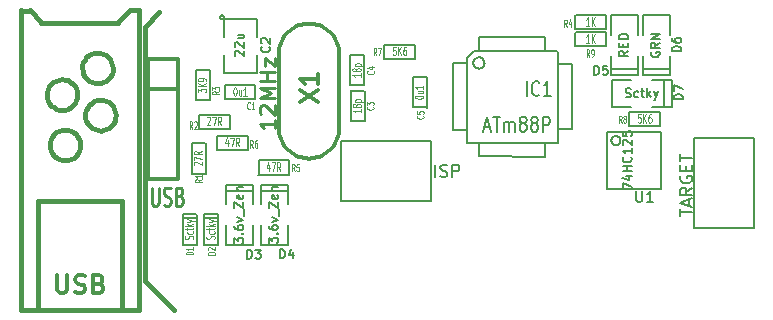
<source format=gto>
G04 (created by PCBNEW-RS274X (2011-11-27 BZR 3249)-stable) date 26/12/2011 7:02:06 p.m.*
G01*
G70*
G90*
%MOIN*%
G04 Gerber Fmt 3.4, Leading zero omitted, Abs format*
%FSLAX34Y34*%
G04 APERTURE LIST*
%ADD10C,0.006000*%
%ADD11C,0.015000*%
%ADD12C,0.012500*%
%ADD13C,0.008000*%
%ADD14C,0.012000*%
%ADD15C,0.005900*%
%ADD16C,0.005000*%
%ADD17C,0.007100*%
%ADD18C,0.009800*%
%ADD19C,0.010000*%
%ADD20C,0.003900*%
%ADD21C,0.004500*%
G04 APERTURE END LIST*
G54D10*
G54D11*
X04921Y-00787D02*
X05413Y-00295D01*
X04921Y-09252D02*
X04921Y-00787D01*
X05906Y-10236D02*
X04922Y-09252D01*
X04428Y-00235D02*
X04724Y-00235D01*
X04035Y-00629D02*
X04428Y-00236D01*
X01476Y-00668D02*
X04035Y-00668D01*
X01083Y-00236D02*
X01476Y-00629D01*
X00787Y-00276D02*
X01083Y-00276D01*
X00788Y-10236D02*
X00788Y-00235D01*
X04725Y-10236D02*
X00788Y-10236D01*
X04724Y-00235D02*
X04724Y-10236D01*
X02677Y-03053D02*
X02667Y-03152D01*
X02638Y-03247D01*
X02591Y-03335D01*
X02528Y-03413D01*
X02451Y-03476D01*
X02364Y-03524D01*
X02268Y-03553D01*
X02169Y-03563D01*
X02071Y-03554D01*
X01975Y-03526D01*
X01887Y-03480D01*
X01809Y-03418D01*
X01745Y-03341D01*
X01697Y-03254D01*
X01667Y-03159D01*
X01656Y-03060D01*
X01664Y-02961D01*
X01691Y-02865D01*
X01737Y-02777D01*
X01799Y-02699D01*
X01875Y-02634D01*
X01962Y-02585D01*
X02057Y-02554D01*
X02156Y-02543D01*
X02254Y-02550D01*
X02350Y-02577D01*
X02439Y-02622D01*
X02518Y-02683D01*
X02583Y-02759D01*
X02632Y-02846D01*
X02664Y-02940D01*
X02676Y-03039D01*
X02677Y-03053D01*
G54D12*
X11398Y-04182D02*
X11398Y-01682D01*
X09398Y-04182D02*
X09398Y-01682D01*
X10398Y-00682D02*
X10311Y-00686D01*
X10225Y-00698D01*
X10140Y-00717D01*
X10056Y-00743D01*
X09976Y-00776D01*
X09899Y-00816D01*
X09825Y-00863D01*
X09756Y-00916D01*
X09691Y-00975D01*
X09632Y-01040D01*
X09579Y-01109D01*
X09532Y-01183D01*
X09492Y-01260D01*
X09459Y-01340D01*
X09433Y-01424D01*
X09414Y-01509D01*
X09402Y-01595D01*
X09398Y-01682D01*
X11398Y-01682D02*
X11394Y-01595D01*
X11382Y-01509D01*
X11363Y-01424D01*
X11337Y-01340D01*
X11304Y-01260D01*
X11264Y-01183D01*
X11217Y-01109D01*
X11164Y-01040D01*
X11105Y-00975D01*
X11040Y-00916D01*
X10971Y-00863D01*
X10898Y-00816D01*
X10820Y-00776D01*
X10740Y-00743D01*
X10656Y-00717D01*
X10571Y-00698D01*
X10485Y-00686D01*
X10398Y-00682D01*
X09398Y-04182D02*
X09402Y-04269D01*
X09414Y-04355D01*
X09433Y-04440D01*
X09459Y-04524D01*
X09492Y-04604D01*
X09532Y-04681D01*
X09579Y-04755D01*
X09632Y-04824D01*
X09691Y-04889D01*
X09756Y-04948D01*
X09825Y-05001D01*
X09899Y-05048D01*
X09976Y-05088D01*
X10056Y-05121D01*
X10140Y-05147D01*
X10225Y-05166D01*
X10311Y-05178D01*
X10398Y-05182D01*
X10398Y-05182D02*
X10485Y-05178D01*
X10571Y-05166D01*
X10656Y-05147D01*
X10740Y-05121D01*
X10820Y-05088D01*
X10898Y-05048D01*
X10971Y-05001D01*
X11040Y-04948D01*
X11105Y-04889D01*
X11164Y-04824D01*
X11217Y-04755D01*
X11264Y-04681D01*
X11304Y-04604D01*
X11337Y-04524D01*
X11363Y-04440D01*
X11382Y-04355D01*
X11394Y-04269D01*
X11398Y-04182D01*
G54D13*
X14478Y-06592D02*
X11478Y-06592D01*
X11478Y-04592D02*
X14478Y-04592D01*
X14478Y-04592D02*
X14478Y-06592D01*
X11478Y-06592D02*
X11478Y-04592D01*
G54D14*
X06038Y-01852D02*
X06038Y-01852D01*
X05038Y-01852D02*
X06038Y-01852D01*
X06038Y-01852D02*
X06038Y-01852D01*
X06038Y-01852D02*
X06038Y-05852D01*
X06038Y-05852D02*
X05038Y-05852D01*
X05038Y-05852D02*
X05038Y-01852D01*
X05038Y-02852D02*
X06038Y-02852D01*
G54D11*
X04154Y-06614D02*
X01358Y-06614D01*
X01358Y-06614D02*
X01358Y-10236D01*
X01358Y-10236D02*
X04154Y-10236D01*
X04154Y-10236D02*
X04154Y-06614D01*
X02775Y-04726D02*
X02765Y-04825D01*
X02736Y-04920D01*
X02689Y-05008D01*
X02626Y-05086D01*
X02549Y-05149D01*
X02462Y-05197D01*
X02366Y-05226D01*
X02267Y-05236D01*
X02169Y-05227D01*
X02073Y-05199D01*
X01985Y-05153D01*
X01907Y-05091D01*
X01843Y-05014D01*
X01795Y-04927D01*
X01765Y-04832D01*
X01754Y-04733D01*
X01762Y-04634D01*
X01789Y-04538D01*
X01835Y-04450D01*
X01897Y-04372D01*
X01973Y-04307D01*
X02060Y-04258D01*
X02155Y-04227D01*
X02254Y-04216D01*
X02352Y-04223D01*
X02448Y-04250D01*
X02537Y-04295D01*
X02616Y-04356D01*
X02681Y-04432D01*
X02730Y-04519D01*
X02762Y-04613D01*
X02774Y-04712D01*
X02775Y-04726D01*
X03956Y-03742D02*
X03946Y-03841D01*
X03917Y-03936D01*
X03870Y-04024D01*
X03807Y-04102D01*
X03730Y-04165D01*
X03643Y-04213D01*
X03547Y-04242D01*
X03448Y-04252D01*
X03350Y-04243D01*
X03254Y-04215D01*
X03166Y-04169D01*
X03088Y-04107D01*
X03024Y-04030D01*
X02976Y-03943D01*
X02946Y-03848D01*
X02935Y-03749D01*
X02943Y-03650D01*
X02970Y-03554D01*
X03016Y-03466D01*
X03078Y-03388D01*
X03154Y-03323D01*
X03241Y-03274D01*
X03336Y-03243D01*
X03435Y-03232D01*
X03533Y-03239D01*
X03629Y-03266D01*
X03718Y-03311D01*
X03797Y-03372D01*
X03862Y-03448D01*
X03911Y-03535D01*
X03943Y-03629D01*
X03955Y-03728D01*
X03956Y-03742D01*
X03858Y-02167D02*
X03848Y-02266D01*
X03819Y-02361D01*
X03772Y-02449D01*
X03709Y-02527D01*
X03632Y-02590D01*
X03545Y-02638D01*
X03449Y-02667D01*
X03350Y-02677D01*
X03252Y-02668D01*
X03156Y-02640D01*
X03068Y-02594D01*
X02990Y-02532D01*
X02926Y-02455D01*
X02878Y-02368D01*
X02848Y-02273D01*
X02837Y-02174D01*
X02845Y-02075D01*
X02872Y-01979D01*
X02918Y-01891D01*
X02980Y-01813D01*
X03056Y-01748D01*
X03143Y-01699D01*
X03238Y-01668D01*
X03337Y-01657D01*
X03435Y-01664D01*
X03531Y-01691D01*
X03620Y-01736D01*
X03699Y-01797D01*
X03764Y-01873D01*
X03813Y-01960D01*
X03845Y-02054D01*
X03857Y-02153D01*
X03858Y-02167D01*
G54D15*
X06644Y-07178D02*
X06211Y-07178D01*
G54D16*
X06654Y-08054D02*
X06654Y-07050D01*
X06182Y-07030D02*
X06182Y-08054D01*
X06182Y-08054D02*
X06654Y-08054D01*
X06186Y-07041D02*
X06646Y-07041D01*
G54D15*
X07364Y-07178D02*
X06931Y-07178D01*
G54D16*
X07374Y-08054D02*
X07374Y-07050D01*
X06902Y-07030D02*
X06902Y-08054D01*
X06902Y-08054D02*
X07374Y-08054D01*
X06906Y-07041D02*
X07366Y-07041D01*
G54D17*
X08531Y-06265D02*
X07665Y-06265D01*
G54D16*
X07638Y-08052D02*
X08538Y-08052D01*
X08538Y-08052D02*
X08538Y-07402D01*
X07638Y-06702D02*
X07638Y-06052D01*
X07638Y-06052D02*
X08538Y-06052D01*
X08538Y-06052D02*
X08538Y-06702D01*
X07638Y-07402D02*
X07638Y-08052D01*
G54D17*
X09671Y-06255D02*
X08815Y-06255D01*
G54D16*
X08788Y-08052D02*
X09688Y-08052D01*
X09688Y-08052D02*
X09688Y-07402D01*
X08788Y-06702D02*
X08788Y-06052D01*
X08788Y-06052D02*
X09688Y-06052D01*
X09688Y-06052D02*
X09688Y-06702D01*
X08788Y-07402D02*
X08788Y-08052D01*
G54D17*
X22236Y-03436D02*
X22236Y-02609D01*
G54D16*
X20488Y-02572D02*
X20488Y-03472D01*
X20488Y-03472D02*
X21138Y-03472D01*
X21838Y-02572D02*
X22488Y-02572D01*
X22488Y-02572D02*
X22488Y-03472D01*
X22488Y-03472D02*
X21838Y-03472D01*
X21138Y-02572D02*
X20488Y-02572D01*
G54D17*
X21525Y-02199D02*
X22401Y-02199D01*
G54D16*
X22418Y-00402D02*
X21518Y-00402D01*
X21518Y-00402D02*
X21518Y-01052D01*
X22418Y-01752D02*
X22418Y-02402D01*
X22418Y-02402D02*
X21518Y-02402D01*
X21518Y-02402D02*
X21518Y-01752D01*
X22418Y-01052D02*
X22418Y-00402D01*
G54D17*
X20465Y-02209D02*
X21341Y-02209D01*
G54D16*
X21358Y-00402D02*
X20458Y-00402D01*
X20458Y-00402D02*
X20458Y-01052D01*
X21358Y-01752D02*
X21358Y-02402D01*
X21358Y-02402D02*
X20458Y-02402D01*
X20458Y-02402D02*
X20458Y-01752D01*
X21358Y-01052D02*
X21358Y-00402D01*
G54D13*
X23228Y-07482D02*
X23228Y-04482D01*
X25228Y-04482D02*
X25228Y-07482D01*
X25228Y-07482D02*
X23228Y-07482D01*
X23228Y-04482D02*
X25228Y-04482D01*
G54D16*
X07568Y-00472D02*
X07566Y-00485D01*
X07562Y-00498D01*
X07556Y-00510D01*
X07547Y-00521D01*
X07537Y-00530D01*
X07525Y-00536D01*
X07512Y-00540D01*
X07498Y-00541D01*
X07485Y-00540D01*
X07472Y-00536D01*
X07460Y-00530D01*
X07450Y-00522D01*
X07441Y-00511D01*
X07434Y-00499D01*
X07430Y-00486D01*
X07429Y-00472D01*
X07430Y-00460D01*
X07433Y-00447D01*
X07440Y-00435D01*
X07448Y-00424D01*
X07459Y-00415D01*
X07470Y-00408D01*
X07483Y-00404D01*
X07497Y-00403D01*
X07510Y-00404D01*
X07523Y-00407D01*
X07535Y-00413D01*
X07546Y-00422D01*
X07555Y-00432D01*
X07561Y-00444D01*
X07566Y-00457D01*
X07567Y-00471D01*
X07568Y-00472D01*
X08648Y-01122D02*
X08648Y-00522D01*
X08648Y-00522D02*
X07548Y-00522D01*
X07548Y-00522D02*
X07548Y-01122D01*
X07548Y-01722D02*
X07548Y-02322D01*
X07548Y-02322D02*
X08648Y-02322D01*
X08648Y-02322D02*
X08648Y-01722D01*
X20778Y-04582D02*
X20775Y-04611D01*
X20766Y-04639D01*
X20752Y-04665D01*
X20734Y-04687D01*
X20711Y-04706D01*
X20686Y-04720D01*
X20658Y-04728D01*
X20629Y-04731D01*
X20600Y-04729D01*
X20572Y-04721D01*
X20546Y-04707D01*
X20524Y-04689D01*
X20505Y-04666D01*
X20491Y-04641D01*
X20482Y-04613D01*
X20479Y-04584D01*
X20481Y-04555D01*
X20489Y-04527D01*
X20502Y-04501D01*
X20521Y-04478D01*
X20543Y-04459D01*
X20568Y-04445D01*
X20596Y-04436D01*
X20625Y-04433D01*
X20654Y-04435D01*
X20682Y-04443D01*
X20708Y-04456D01*
X20731Y-04474D01*
X20750Y-04496D01*
X20765Y-04521D01*
X20774Y-04549D01*
X20777Y-04578D01*
X20778Y-04582D01*
G54D13*
X20328Y-04282D02*
X20328Y-06182D01*
X20328Y-06182D02*
X22128Y-06182D01*
X22128Y-06182D02*
X22128Y-04282D01*
X22128Y-04282D02*
X20328Y-04282D01*
G54D10*
X19158Y-04212D02*
X18708Y-04212D01*
X19158Y-02032D02*
X18718Y-02032D01*
X19158Y-04212D02*
X19158Y-02032D01*
X18278Y-04682D02*
X18278Y-05112D01*
X16068Y-04692D02*
X16068Y-05112D01*
X16058Y-05112D02*
X18278Y-05122D01*
X16078Y-01142D02*
X18248Y-01132D01*
X15648Y-01832D02*
X15648Y-04662D01*
X18258Y-01142D02*
X18258Y-01552D01*
X15898Y-01592D02*
X18678Y-01592D01*
X18698Y-04672D02*
X18698Y-01632D01*
X15648Y-04672D02*
X18648Y-04672D01*
X15198Y-02002D02*
X15198Y-04222D01*
X15198Y-04222D02*
X15648Y-04222D01*
X15652Y-01822D02*
X15882Y-01592D01*
X15200Y-02002D02*
X15652Y-02002D01*
X16078Y-01592D02*
X16078Y-01140D01*
X16248Y-01996D02*
X16244Y-02032D01*
X16233Y-02067D01*
X16216Y-02100D01*
X16193Y-02128D01*
X16165Y-02151D01*
X16132Y-02169D01*
X16097Y-02180D01*
X16061Y-02183D01*
X16025Y-02180D01*
X15990Y-02170D01*
X15958Y-02153D01*
X15929Y-02130D01*
X15905Y-02102D01*
X15888Y-02070D01*
X15877Y-02035D01*
X15873Y-01998D01*
X15876Y-01963D01*
X15886Y-01927D01*
X15902Y-01895D01*
X15925Y-01866D01*
X15953Y-01842D01*
X15985Y-01824D01*
X16020Y-01813D01*
X16057Y-01809D01*
X16092Y-01811D01*
X16127Y-01821D01*
X16160Y-01838D01*
X16189Y-01860D01*
X16213Y-01888D01*
X16231Y-01920D01*
X16243Y-01955D01*
X16247Y-01991D01*
X16248Y-01996D01*
G54D16*
X20290Y-00406D02*
X19286Y-00406D01*
X19266Y-00878D02*
X20290Y-00878D01*
X20290Y-00878D02*
X20290Y-00406D01*
X19277Y-00874D02*
X19277Y-00414D01*
X20290Y-00976D02*
X19286Y-00976D01*
X19266Y-01448D02*
X20290Y-01448D01*
X20290Y-01448D02*
X20290Y-00976D01*
X19277Y-01444D02*
X19277Y-00984D01*
X06954Y-05684D02*
X06954Y-04680D01*
X06482Y-04660D02*
X06482Y-05684D01*
X06482Y-05684D02*
X06954Y-05684D01*
X06486Y-04671D02*
X06946Y-04671D01*
X07750Y-03716D02*
X06746Y-03716D01*
X06726Y-04188D02*
X07750Y-04188D01*
X07750Y-04188D02*
X07750Y-03716D01*
X06737Y-04184D02*
X06737Y-03724D01*
X09730Y-05246D02*
X08726Y-05246D01*
X08706Y-05718D02*
X09730Y-05718D01*
X09730Y-05718D02*
X09730Y-05246D01*
X08717Y-05714D02*
X08717Y-05254D01*
X08350Y-04416D02*
X07346Y-04416D01*
X07326Y-04888D02*
X08350Y-04888D01*
X08350Y-04888D02*
X08350Y-04416D01*
X07337Y-04884D02*
X07337Y-04424D01*
X12254Y-03934D02*
X12254Y-02930D01*
X11782Y-02910D02*
X11782Y-03934D01*
X11782Y-03934D02*
X12254Y-03934D01*
X11786Y-02921D02*
X12246Y-02921D01*
X07586Y-03208D02*
X08590Y-03208D01*
X08610Y-02736D02*
X07586Y-02736D01*
X07586Y-02736D02*
X07586Y-03208D01*
X08599Y-02740D02*
X08599Y-03200D01*
X06622Y-02220D02*
X06622Y-03224D01*
X07094Y-03244D02*
X07094Y-02220D01*
X07094Y-02220D02*
X06622Y-02220D01*
X07090Y-03233D02*
X06630Y-03233D01*
X11772Y-01720D02*
X11772Y-02724D01*
X12244Y-02744D02*
X12244Y-01720D01*
X12244Y-01720D02*
X11772Y-01720D01*
X12240Y-02733D02*
X11780Y-02733D01*
X12906Y-01858D02*
X13910Y-01858D01*
X13930Y-01386D02*
X12906Y-01386D01*
X12906Y-01386D02*
X12906Y-01858D01*
X13919Y-01390D02*
X13919Y-01850D01*
X21076Y-04108D02*
X22080Y-04108D01*
X22100Y-03636D02*
X21076Y-03636D01*
X21076Y-03636D02*
X21076Y-04108D01*
X22089Y-03640D02*
X22089Y-04100D01*
X13862Y-02460D02*
X13862Y-03464D01*
X14334Y-03484D02*
X14334Y-02460D01*
X14334Y-02460D02*
X13862Y-02460D01*
X14330Y-03473D02*
X13870Y-03473D01*
G54D14*
X10095Y-03312D02*
X10695Y-02912D01*
X10095Y-02912D02*
X10695Y-03312D01*
X10695Y-02370D02*
X10695Y-02713D01*
X10695Y-02541D02*
X10095Y-02541D01*
X10181Y-02598D01*
X10238Y-02656D01*
X10266Y-02713D01*
G54D18*
X09262Y-03889D02*
X09262Y-04181D01*
X09262Y-04035D02*
X08750Y-04035D01*
X08823Y-04084D01*
X08872Y-04133D01*
X08897Y-04181D01*
X08799Y-03693D02*
X08775Y-03669D01*
X08750Y-03620D01*
X08750Y-03498D01*
X08775Y-03450D01*
X08799Y-03425D01*
X08848Y-03401D01*
X08897Y-03401D01*
X08970Y-03425D01*
X09262Y-03718D01*
X09262Y-03401D01*
X09262Y-03181D02*
X08750Y-03181D01*
X09116Y-03010D01*
X08750Y-02840D01*
X09262Y-02840D01*
X09262Y-02596D02*
X08750Y-02596D01*
X08994Y-02596D02*
X08994Y-02304D01*
X09262Y-02304D02*
X08750Y-02304D01*
X08921Y-02109D02*
X08921Y-01841D01*
X09262Y-02109D01*
X09262Y-01841D01*
G54D13*
X14606Y-05796D02*
X14606Y-05396D01*
X14777Y-05777D02*
X14834Y-05796D01*
X14930Y-05796D01*
X14968Y-05777D01*
X14987Y-05758D01*
X15006Y-05720D01*
X15006Y-05682D01*
X14987Y-05644D01*
X14968Y-05624D01*
X14930Y-05605D01*
X14853Y-05586D01*
X14815Y-05567D01*
X14796Y-05548D01*
X14777Y-05510D01*
X14777Y-05472D01*
X14796Y-05434D01*
X14815Y-05415D01*
X14853Y-05396D01*
X14949Y-05396D01*
X15006Y-05415D01*
X15177Y-05796D02*
X15177Y-05396D01*
X15330Y-05396D01*
X15368Y-05415D01*
X15387Y-05434D01*
X15406Y-05472D01*
X15406Y-05529D01*
X15387Y-05567D01*
X15368Y-05586D01*
X15330Y-05605D01*
X15177Y-05605D01*
G54D19*
X05158Y-06150D02*
X05158Y-06636D01*
X05177Y-06693D01*
X05196Y-06721D01*
X05234Y-06750D01*
X05311Y-06750D01*
X05349Y-06721D01*
X05368Y-06693D01*
X05387Y-06636D01*
X05387Y-06150D01*
X05558Y-06721D02*
X05615Y-06750D01*
X05711Y-06750D01*
X05749Y-06721D01*
X05768Y-06693D01*
X05787Y-06636D01*
X05787Y-06578D01*
X05768Y-06521D01*
X05749Y-06493D01*
X05711Y-06464D01*
X05634Y-06436D01*
X05596Y-06407D01*
X05577Y-06378D01*
X05558Y-06321D01*
X05558Y-06264D01*
X05577Y-06207D01*
X05596Y-06178D01*
X05634Y-06150D01*
X05730Y-06150D01*
X05787Y-06178D01*
X06092Y-06436D02*
X06149Y-06464D01*
X06168Y-06493D01*
X06187Y-06550D01*
X06187Y-06636D01*
X06168Y-06693D01*
X06149Y-06721D01*
X06111Y-06750D01*
X05958Y-06750D01*
X05958Y-06150D01*
X06092Y-06150D01*
X06130Y-06178D01*
X06149Y-06207D01*
X06168Y-06264D01*
X06168Y-06321D01*
X06149Y-06378D01*
X06130Y-06407D01*
X06092Y-06436D01*
X05958Y-06436D01*
G54D14*
X01999Y-09072D02*
X01999Y-09558D01*
X02027Y-09615D01*
X02056Y-09643D01*
X02113Y-09672D01*
X02227Y-09672D01*
X02285Y-09643D01*
X02313Y-09615D01*
X02342Y-09558D01*
X02342Y-09072D01*
X02599Y-09643D02*
X02685Y-09672D01*
X02828Y-09672D01*
X02885Y-09643D01*
X02914Y-09615D01*
X02942Y-09558D01*
X02942Y-09500D01*
X02914Y-09443D01*
X02885Y-09415D01*
X02828Y-09386D01*
X02714Y-09358D01*
X02656Y-09329D01*
X02628Y-09300D01*
X02599Y-09243D01*
X02599Y-09186D01*
X02628Y-09129D01*
X02656Y-09100D01*
X02714Y-09072D01*
X02856Y-09072D01*
X02942Y-09100D01*
X03399Y-09358D02*
X03485Y-09386D01*
X03513Y-09415D01*
X03542Y-09472D01*
X03542Y-09558D01*
X03513Y-09615D01*
X03485Y-09643D01*
X03427Y-09672D01*
X03199Y-09672D01*
X03199Y-09072D01*
X03399Y-09072D01*
X03456Y-09100D01*
X03485Y-09129D01*
X03513Y-09186D01*
X03513Y-09243D01*
X03485Y-09300D01*
X03456Y-09329D01*
X03399Y-09358D01*
X03199Y-09358D01*
G54D20*
X06541Y-08380D02*
X06300Y-08380D01*
X06300Y-08342D01*
X06312Y-08320D01*
X06334Y-08305D01*
X06357Y-08297D01*
X06403Y-08290D01*
X06438Y-08290D01*
X06484Y-08297D01*
X06507Y-08305D01*
X06530Y-08320D01*
X06541Y-08342D01*
X06541Y-08380D01*
X06541Y-08140D02*
X06541Y-08230D01*
X06541Y-08185D02*
X06300Y-08185D01*
X06334Y-08200D01*
X06357Y-08215D01*
X06369Y-08230D01*
G54D21*
X06518Y-07863D02*
X06531Y-07837D01*
X06531Y-07794D01*
X06518Y-07777D01*
X06505Y-07768D01*
X06478Y-07760D01*
X06451Y-07760D01*
X06425Y-07768D01*
X06411Y-07777D01*
X06398Y-07794D01*
X06385Y-07828D01*
X06371Y-07846D01*
X06358Y-07854D01*
X06331Y-07863D01*
X06305Y-07863D01*
X06278Y-07854D01*
X06265Y-07846D01*
X06251Y-07828D01*
X06251Y-07786D01*
X06265Y-07760D01*
X06518Y-07606D02*
X06531Y-07623D01*
X06531Y-07657D01*
X06518Y-07675D01*
X06505Y-07683D01*
X06478Y-07692D01*
X06398Y-07692D01*
X06371Y-07683D01*
X06358Y-07675D01*
X06345Y-07657D01*
X06345Y-07623D01*
X06358Y-07606D01*
X06345Y-07555D02*
X06345Y-07486D01*
X06251Y-07529D02*
X06491Y-07529D01*
X06518Y-07521D01*
X06531Y-07503D01*
X06531Y-07486D01*
X06531Y-07426D02*
X06251Y-07426D01*
X06425Y-07409D02*
X06531Y-07358D01*
X06345Y-07358D02*
X06451Y-07426D01*
X06345Y-07297D02*
X06531Y-07254D01*
X06345Y-07212D02*
X06531Y-07254D01*
X06598Y-07272D01*
X06611Y-07280D01*
X06625Y-07297D01*
G54D20*
X07262Y-08388D02*
X07021Y-08388D01*
X07021Y-08350D01*
X07033Y-08328D01*
X07055Y-08313D01*
X07078Y-08305D01*
X07124Y-08298D01*
X07159Y-08298D01*
X07205Y-08305D01*
X07228Y-08313D01*
X07251Y-08328D01*
X07262Y-08350D01*
X07262Y-08388D01*
X07044Y-08238D02*
X07033Y-08231D01*
X07021Y-08216D01*
X07021Y-08178D01*
X07033Y-08163D01*
X07044Y-08156D01*
X07067Y-08148D01*
X07090Y-08148D01*
X07124Y-08156D01*
X07262Y-08246D01*
X07262Y-08148D01*
G54D21*
X07238Y-07863D02*
X07251Y-07837D01*
X07251Y-07794D01*
X07238Y-07777D01*
X07225Y-07768D01*
X07198Y-07760D01*
X07171Y-07760D01*
X07145Y-07768D01*
X07131Y-07777D01*
X07118Y-07794D01*
X07105Y-07828D01*
X07091Y-07846D01*
X07078Y-07854D01*
X07051Y-07863D01*
X07025Y-07863D01*
X06998Y-07854D01*
X06985Y-07846D01*
X06971Y-07828D01*
X06971Y-07786D01*
X06985Y-07760D01*
X07238Y-07606D02*
X07251Y-07623D01*
X07251Y-07657D01*
X07238Y-07675D01*
X07225Y-07683D01*
X07198Y-07692D01*
X07118Y-07692D01*
X07091Y-07683D01*
X07078Y-07675D01*
X07065Y-07657D01*
X07065Y-07623D01*
X07078Y-07606D01*
X07065Y-07555D02*
X07065Y-07486D01*
X06971Y-07529D02*
X07211Y-07529D01*
X07238Y-07521D01*
X07251Y-07503D01*
X07251Y-07486D01*
X07251Y-07426D02*
X06971Y-07426D01*
X07145Y-07409D02*
X07251Y-07358D01*
X07065Y-07358D02*
X07171Y-07426D01*
X07065Y-07297D02*
X07251Y-07254D01*
X07065Y-07212D02*
X07251Y-07254D01*
X07318Y-07272D01*
X07331Y-07280D01*
X07345Y-07297D01*
G54D16*
X08333Y-08519D02*
X08333Y-08219D01*
X08405Y-08219D01*
X08448Y-08234D01*
X08476Y-08262D01*
X08491Y-08291D01*
X08505Y-08348D01*
X08505Y-08391D01*
X08491Y-08448D01*
X08476Y-08477D01*
X08448Y-08505D01*
X08405Y-08519D01*
X08333Y-08519D01*
X08605Y-08219D02*
X08791Y-08219D01*
X08691Y-08334D01*
X08733Y-08334D01*
X08762Y-08348D01*
X08776Y-08362D01*
X08791Y-08391D01*
X08791Y-08462D01*
X08776Y-08491D01*
X08762Y-08505D01*
X08733Y-08519D01*
X08648Y-08519D01*
X08619Y-08505D01*
X08605Y-08491D01*
X07909Y-08002D02*
X07909Y-07816D01*
X08024Y-07916D01*
X08024Y-07874D01*
X08038Y-07845D01*
X08052Y-07831D01*
X08081Y-07816D01*
X08152Y-07816D01*
X08181Y-07831D01*
X08195Y-07845D01*
X08209Y-07874D01*
X08209Y-07959D01*
X08195Y-07988D01*
X08181Y-08002D01*
X08181Y-07688D02*
X08195Y-07673D01*
X08209Y-07688D01*
X08195Y-07702D01*
X08181Y-07688D01*
X08209Y-07688D01*
X07909Y-07416D02*
X07909Y-07473D01*
X07924Y-07502D01*
X07938Y-07516D01*
X07981Y-07545D01*
X08038Y-07559D01*
X08152Y-07559D01*
X08181Y-07545D01*
X08195Y-07530D01*
X08209Y-07502D01*
X08209Y-07445D01*
X08195Y-07416D01*
X08181Y-07402D01*
X08152Y-07387D01*
X08081Y-07387D01*
X08052Y-07402D01*
X08038Y-07416D01*
X08024Y-07445D01*
X08024Y-07502D01*
X08038Y-07530D01*
X08052Y-07545D01*
X08081Y-07559D01*
X08009Y-07287D02*
X08209Y-07216D01*
X08009Y-07144D01*
X08238Y-07101D02*
X08238Y-06872D01*
X07909Y-06829D02*
X07909Y-06629D01*
X08209Y-06829D01*
X08209Y-06629D01*
X08195Y-06400D02*
X08209Y-06429D01*
X08209Y-06486D01*
X08195Y-06515D01*
X08167Y-06529D01*
X08052Y-06529D01*
X08024Y-06515D01*
X08009Y-06486D01*
X08009Y-06429D01*
X08024Y-06400D01*
X08052Y-06386D01*
X08081Y-06386D01*
X08109Y-06529D01*
X08009Y-06258D02*
X08209Y-06258D01*
X08038Y-06258D02*
X08024Y-06243D01*
X08009Y-06215D01*
X08009Y-06172D01*
X08024Y-06143D01*
X08052Y-06129D01*
X08209Y-06129D01*
X09431Y-08511D02*
X09431Y-08211D01*
X09503Y-08211D01*
X09546Y-08226D01*
X09574Y-08254D01*
X09589Y-08283D01*
X09603Y-08340D01*
X09603Y-08383D01*
X09589Y-08440D01*
X09574Y-08469D01*
X09546Y-08497D01*
X09503Y-08511D01*
X09431Y-08511D01*
X09860Y-08311D02*
X09860Y-08511D01*
X09789Y-08197D02*
X09717Y-08411D01*
X09903Y-08411D01*
X09059Y-08002D02*
X09059Y-07816D01*
X09174Y-07916D01*
X09174Y-07874D01*
X09188Y-07845D01*
X09202Y-07831D01*
X09231Y-07816D01*
X09302Y-07816D01*
X09331Y-07831D01*
X09345Y-07845D01*
X09359Y-07874D01*
X09359Y-07959D01*
X09345Y-07988D01*
X09331Y-08002D01*
X09331Y-07688D02*
X09345Y-07673D01*
X09359Y-07688D01*
X09345Y-07702D01*
X09331Y-07688D01*
X09359Y-07688D01*
X09059Y-07416D02*
X09059Y-07473D01*
X09074Y-07502D01*
X09088Y-07516D01*
X09131Y-07545D01*
X09188Y-07559D01*
X09302Y-07559D01*
X09331Y-07545D01*
X09345Y-07530D01*
X09359Y-07502D01*
X09359Y-07445D01*
X09345Y-07416D01*
X09331Y-07402D01*
X09302Y-07387D01*
X09231Y-07387D01*
X09202Y-07402D01*
X09188Y-07416D01*
X09174Y-07445D01*
X09174Y-07502D01*
X09188Y-07530D01*
X09202Y-07545D01*
X09231Y-07559D01*
X09159Y-07287D02*
X09359Y-07216D01*
X09159Y-07144D01*
X09388Y-07101D02*
X09388Y-06872D01*
X09059Y-06829D02*
X09059Y-06629D01*
X09359Y-06829D01*
X09359Y-06629D01*
X09345Y-06400D02*
X09359Y-06429D01*
X09359Y-06486D01*
X09345Y-06515D01*
X09317Y-06529D01*
X09202Y-06529D01*
X09174Y-06515D01*
X09159Y-06486D01*
X09159Y-06429D01*
X09174Y-06400D01*
X09202Y-06386D01*
X09231Y-06386D01*
X09259Y-06529D01*
X09159Y-06258D02*
X09359Y-06258D01*
X09188Y-06258D02*
X09174Y-06243D01*
X09159Y-06215D01*
X09159Y-06172D01*
X09174Y-06143D01*
X09202Y-06129D01*
X09359Y-06129D01*
X22857Y-03215D02*
X22557Y-03215D01*
X22557Y-03143D01*
X22572Y-03100D01*
X22600Y-03072D01*
X22629Y-03057D01*
X22686Y-03043D01*
X22729Y-03043D01*
X22786Y-03057D01*
X22815Y-03072D01*
X22843Y-03100D01*
X22857Y-03143D01*
X22857Y-03215D01*
X22557Y-02943D02*
X22557Y-02743D01*
X22857Y-02872D01*
X20952Y-03129D02*
X20995Y-03143D01*
X21066Y-03143D01*
X21095Y-03129D01*
X21109Y-03115D01*
X21124Y-03086D01*
X21124Y-03058D01*
X21109Y-03029D01*
X21095Y-03015D01*
X21066Y-03001D01*
X21009Y-02986D01*
X20981Y-02972D01*
X20966Y-02958D01*
X20952Y-02929D01*
X20952Y-02901D01*
X20966Y-02872D01*
X20981Y-02858D01*
X21009Y-02843D01*
X21081Y-02843D01*
X21124Y-02858D01*
X21381Y-03129D02*
X21352Y-03143D01*
X21295Y-03143D01*
X21267Y-03129D01*
X21252Y-03115D01*
X21238Y-03086D01*
X21238Y-03001D01*
X21252Y-02972D01*
X21267Y-02958D01*
X21295Y-02943D01*
X21352Y-02943D01*
X21381Y-02958D01*
X21467Y-02943D02*
X21581Y-02943D01*
X21509Y-02843D02*
X21509Y-03101D01*
X21524Y-03129D01*
X21552Y-03143D01*
X21581Y-03143D01*
X21680Y-03143D02*
X21680Y-02843D01*
X21709Y-03029D02*
X21795Y-03143D01*
X21795Y-02943D02*
X21680Y-03058D01*
X21895Y-02943D02*
X21966Y-03143D01*
X22038Y-02943D02*
X21966Y-03143D01*
X21938Y-03215D01*
X21923Y-03229D01*
X21895Y-03243D01*
X22798Y-01608D02*
X22498Y-01608D01*
X22498Y-01536D01*
X22513Y-01493D01*
X22541Y-01465D01*
X22570Y-01450D01*
X22627Y-01436D01*
X22670Y-01436D01*
X22727Y-01450D01*
X22756Y-01465D01*
X22784Y-01493D01*
X22798Y-01536D01*
X22798Y-01608D01*
X22498Y-01179D02*
X22498Y-01236D01*
X22513Y-01265D01*
X22527Y-01279D01*
X22570Y-01308D01*
X22627Y-01322D01*
X22741Y-01322D01*
X22770Y-01308D01*
X22784Y-01293D01*
X22798Y-01265D01*
X22798Y-01208D01*
X22784Y-01179D01*
X22770Y-01165D01*
X22741Y-01150D01*
X22670Y-01150D01*
X22641Y-01165D01*
X22627Y-01179D01*
X22613Y-01208D01*
X22613Y-01265D01*
X22627Y-01293D01*
X22641Y-01308D01*
X22670Y-01322D01*
X21804Y-01630D02*
X21789Y-01659D01*
X21789Y-01702D01*
X21804Y-01745D01*
X21832Y-01773D01*
X21861Y-01788D01*
X21918Y-01802D01*
X21961Y-01802D01*
X22018Y-01788D01*
X22047Y-01773D01*
X22075Y-01745D01*
X22089Y-01702D01*
X22089Y-01673D01*
X22075Y-01630D01*
X22061Y-01616D01*
X21961Y-01616D01*
X21961Y-01673D01*
X22089Y-01316D02*
X21947Y-01416D01*
X22089Y-01488D02*
X21789Y-01488D01*
X21789Y-01373D01*
X21804Y-01345D01*
X21818Y-01330D01*
X21847Y-01316D01*
X21889Y-01316D01*
X21918Y-01330D01*
X21932Y-01345D01*
X21947Y-01373D01*
X21947Y-01488D01*
X22089Y-01188D02*
X21789Y-01188D01*
X22089Y-01016D01*
X21789Y-01016D01*
X19904Y-02393D02*
X19904Y-02093D01*
X19976Y-02093D01*
X20019Y-02108D01*
X20047Y-02136D01*
X20062Y-02165D01*
X20076Y-02222D01*
X20076Y-02265D01*
X20062Y-02322D01*
X20047Y-02351D01*
X20019Y-02379D01*
X19976Y-02393D01*
X19904Y-02393D01*
X20347Y-02093D02*
X20204Y-02093D01*
X20190Y-02236D01*
X20204Y-02222D01*
X20233Y-02208D01*
X20304Y-02208D01*
X20333Y-02222D01*
X20347Y-02236D01*
X20362Y-02265D01*
X20362Y-02336D01*
X20347Y-02365D01*
X20333Y-02379D01*
X20304Y-02393D01*
X20233Y-02393D01*
X20204Y-02379D01*
X20190Y-02365D01*
X21029Y-01594D02*
X20887Y-01694D01*
X21029Y-01766D02*
X20729Y-01766D01*
X20729Y-01651D01*
X20744Y-01623D01*
X20758Y-01608D01*
X20787Y-01594D01*
X20829Y-01594D01*
X20858Y-01608D01*
X20872Y-01623D01*
X20887Y-01651D01*
X20887Y-01766D01*
X20872Y-01466D02*
X20872Y-01366D01*
X21029Y-01323D02*
X21029Y-01466D01*
X20729Y-01466D01*
X20729Y-01323D01*
X21029Y-01195D02*
X20729Y-01195D01*
X20729Y-01123D01*
X20744Y-01080D01*
X20772Y-01052D01*
X20801Y-01037D01*
X20858Y-01023D01*
X20901Y-01023D01*
X20958Y-01037D01*
X20987Y-01052D01*
X21015Y-01080D01*
X21029Y-01123D01*
X21029Y-01195D01*
G54D13*
X22769Y-07087D02*
X22769Y-06858D01*
X23169Y-06973D02*
X22769Y-06973D01*
X23055Y-06744D02*
X23055Y-06553D01*
X23169Y-06782D02*
X22769Y-06649D01*
X23169Y-06515D01*
X23169Y-06153D02*
X22978Y-06287D01*
X23169Y-06382D02*
X22769Y-06382D01*
X22769Y-06229D01*
X22788Y-06191D01*
X22807Y-06172D01*
X22845Y-06153D01*
X22902Y-06153D01*
X22940Y-06172D01*
X22959Y-06191D01*
X22978Y-06229D01*
X22978Y-06382D01*
X22788Y-05772D02*
X22769Y-05810D01*
X22769Y-05867D01*
X22788Y-05925D01*
X22826Y-05963D01*
X22864Y-05982D01*
X22940Y-06001D01*
X22997Y-06001D01*
X23074Y-05982D01*
X23112Y-05963D01*
X23150Y-05925D01*
X23169Y-05867D01*
X23169Y-05829D01*
X23150Y-05772D01*
X23131Y-05753D01*
X22997Y-05753D01*
X22997Y-05829D01*
X22959Y-05582D02*
X22959Y-05448D01*
X23169Y-05391D02*
X23169Y-05582D01*
X22769Y-05582D01*
X22769Y-05391D01*
X22769Y-05277D02*
X22769Y-05048D01*
X23169Y-05163D02*
X22769Y-05163D01*
G54D16*
X09069Y-01452D02*
X09083Y-01466D01*
X09097Y-01509D01*
X09097Y-01538D01*
X09083Y-01581D01*
X09055Y-01609D01*
X09026Y-01624D01*
X08969Y-01638D01*
X08926Y-01638D01*
X08869Y-01624D01*
X08840Y-01609D01*
X08812Y-01581D01*
X08797Y-01538D01*
X08797Y-01509D01*
X08812Y-01466D01*
X08826Y-01452D01*
X08826Y-01338D02*
X08812Y-01324D01*
X08797Y-01295D01*
X08797Y-01224D01*
X08812Y-01195D01*
X08826Y-01181D01*
X08855Y-01166D01*
X08883Y-01166D01*
X08926Y-01181D01*
X09097Y-01352D01*
X09097Y-01166D01*
X07944Y-01766D02*
X07930Y-01752D01*
X07915Y-01723D01*
X07915Y-01652D01*
X07930Y-01623D01*
X07944Y-01609D01*
X07973Y-01594D01*
X08001Y-01594D01*
X08044Y-01609D01*
X08215Y-01780D01*
X08215Y-01594D01*
X07944Y-01480D02*
X07930Y-01466D01*
X07915Y-01437D01*
X07915Y-01366D01*
X07930Y-01337D01*
X07944Y-01323D01*
X07973Y-01308D01*
X08001Y-01308D01*
X08044Y-01323D01*
X08215Y-01494D01*
X08215Y-01308D01*
X08015Y-01051D02*
X08215Y-01051D01*
X08015Y-01180D02*
X08173Y-01180D01*
X08201Y-01165D01*
X08215Y-01137D01*
X08215Y-01094D01*
X08201Y-01065D01*
X08187Y-01051D01*
G54D13*
X21300Y-06281D02*
X21300Y-06564D01*
X21317Y-06597D01*
X21334Y-06614D01*
X21367Y-06631D01*
X21434Y-06631D01*
X21467Y-06614D01*
X21484Y-06597D01*
X21500Y-06564D01*
X21500Y-06281D01*
X21851Y-06631D02*
X21651Y-06631D01*
X21751Y-06631D02*
X21751Y-06281D01*
X21717Y-06331D01*
X21684Y-06364D01*
X21651Y-06381D01*
G54D16*
X20849Y-06211D02*
X20849Y-06011D01*
X21149Y-06140D01*
X20949Y-05768D02*
X21149Y-05768D01*
X20835Y-05839D02*
X21049Y-05911D01*
X21049Y-05725D01*
X21149Y-05611D02*
X20849Y-05611D01*
X20992Y-05611D02*
X20992Y-05439D01*
X21149Y-05439D02*
X20849Y-05439D01*
X21121Y-05125D02*
X21135Y-05139D01*
X21149Y-05182D01*
X21149Y-05211D01*
X21135Y-05254D01*
X21107Y-05282D01*
X21078Y-05297D01*
X21021Y-05311D01*
X20978Y-05311D01*
X20921Y-05297D01*
X20892Y-05282D01*
X20864Y-05254D01*
X20849Y-05211D01*
X20849Y-05182D01*
X20864Y-05139D01*
X20878Y-05125D01*
X21149Y-04839D02*
X21149Y-05011D01*
X21149Y-04925D02*
X20849Y-04925D01*
X20892Y-04954D01*
X20921Y-04982D01*
X20935Y-05011D01*
X20878Y-04725D02*
X20864Y-04711D01*
X20849Y-04682D01*
X20849Y-04611D01*
X20864Y-04582D01*
X20878Y-04568D01*
X20907Y-04553D01*
X20935Y-04553D01*
X20978Y-04568D01*
X21149Y-04739D01*
X21149Y-04553D01*
X20849Y-04282D02*
X20849Y-04425D01*
X20992Y-04439D01*
X20978Y-04425D01*
X20964Y-04396D01*
X20964Y-04325D01*
X20978Y-04296D01*
X20992Y-04282D01*
X21021Y-04267D01*
X21092Y-04267D01*
X21121Y-04282D01*
X21135Y-04296D01*
X21149Y-04325D01*
X21149Y-04396D01*
X21135Y-04425D01*
X21121Y-04439D01*
G54D13*
X17653Y-03104D02*
X17653Y-02604D01*
X18072Y-03057D02*
X18053Y-03081D01*
X17996Y-03104D01*
X17958Y-03104D01*
X17900Y-03081D01*
X17862Y-03033D01*
X17843Y-02985D01*
X17824Y-02890D01*
X17824Y-02819D01*
X17843Y-02723D01*
X17862Y-02676D01*
X17900Y-02628D01*
X17958Y-02604D01*
X17996Y-02604D01*
X18053Y-02628D01*
X18072Y-02652D01*
X18453Y-03104D02*
X18224Y-03104D01*
X18338Y-03104D02*
X18338Y-02604D01*
X18300Y-02676D01*
X18262Y-02723D01*
X18224Y-02747D01*
X16239Y-04147D02*
X16430Y-04147D01*
X16201Y-04289D02*
X16334Y-03789D01*
X16468Y-04289D01*
X16544Y-03789D02*
X16773Y-03789D01*
X16658Y-04289D02*
X16658Y-03789D01*
X16906Y-04289D02*
X16906Y-03956D01*
X16906Y-04004D02*
X16925Y-03980D01*
X16963Y-03956D01*
X17021Y-03956D01*
X17059Y-03980D01*
X17078Y-04027D01*
X17078Y-04289D01*
X17078Y-04027D02*
X17097Y-03980D01*
X17135Y-03956D01*
X17192Y-03956D01*
X17230Y-03980D01*
X17249Y-04027D01*
X17249Y-04289D01*
X17496Y-04004D02*
X17458Y-03980D01*
X17439Y-03956D01*
X17420Y-03908D01*
X17420Y-03885D01*
X17439Y-03837D01*
X17458Y-03813D01*
X17496Y-03789D01*
X17573Y-03789D01*
X17611Y-03813D01*
X17630Y-03837D01*
X17649Y-03885D01*
X17649Y-03908D01*
X17630Y-03956D01*
X17611Y-03980D01*
X17573Y-04004D01*
X17496Y-04004D01*
X17458Y-04027D01*
X17439Y-04051D01*
X17420Y-04099D01*
X17420Y-04194D01*
X17439Y-04242D01*
X17458Y-04266D01*
X17496Y-04289D01*
X17573Y-04289D01*
X17611Y-04266D01*
X17630Y-04242D01*
X17649Y-04194D01*
X17649Y-04099D01*
X17630Y-04051D01*
X17611Y-04027D01*
X17573Y-04004D01*
X17877Y-04004D02*
X17839Y-03980D01*
X17820Y-03956D01*
X17801Y-03908D01*
X17801Y-03885D01*
X17820Y-03837D01*
X17839Y-03813D01*
X17877Y-03789D01*
X17954Y-03789D01*
X17992Y-03813D01*
X18011Y-03837D01*
X18030Y-03885D01*
X18030Y-03908D01*
X18011Y-03956D01*
X17992Y-03980D01*
X17954Y-04004D01*
X17877Y-04004D01*
X17839Y-04027D01*
X17820Y-04051D01*
X17801Y-04099D01*
X17801Y-04194D01*
X17820Y-04242D01*
X17839Y-04266D01*
X17877Y-04289D01*
X17954Y-04289D01*
X17992Y-04266D01*
X18011Y-04242D01*
X18030Y-04194D01*
X18030Y-04099D01*
X18011Y-04051D01*
X17992Y-04027D01*
X17954Y-04004D01*
X18201Y-04289D02*
X18201Y-03789D01*
X18354Y-03789D01*
X18392Y-03813D01*
X18411Y-03837D01*
X18430Y-03885D01*
X18430Y-03956D01*
X18411Y-04004D01*
X18392Y-04027D01*
X18354Y-04051D01*
X18201Y-04051D01*
G54D20*
X18989Y-00794D02*
X18937Y-00679D01*
X18899Y-00794D02*
X18899Y-00553D01*
X18959Y-00553D01*
X18974Y-00565D01*
X18982Y-00576D01*
X18989Y-00599D01*
X18989Y-00633D01*
X18982Y-00656D01*
X18974Y-00668D01*
X18959Y-00679D01*
X18899Y-00679D01*
X19124Y-00633D02*
X19124Y-00794D01*
X19086Y-00542D02*
X19049Y-00714D01*
X19146Y-00714D01*
G54D21*
X19740Y-00755D02*
X19637Y-00755D01*
X19689Y-00755D02*
X19689Y-00475D01*
X19672Y-00515D01*
X19654Y-00542D01*
X19637Y-00555D01*
X19817Y-00755D02*
X19817Y-00475D01*
X19920Y-00755D02*
X19843Y-00595D01*
X19920Y-00475D02*
X19817Y-00635D01*
G54D20*
X19741Y-01787D02*
X19689Y-01672D01*
X19651Y-01787D02*
X19651Y-01546D01*
X19711Y-01546D01*
X19726Y-01558D01*
X19734Y-01569D01*
X19741Y-01592D01*
X19741Y-01626D01*
X19734Y-01649D01*
X19726Y-01661D01*
X19711Y-01672D01*
X19651Y-01672D01*
X19816Y-01787D02*
X19846Y-01787D01*
X19861Y-01776D01*
X19868Y-01764D01*
X19883Y-01730D01*
X19891Y-01684D01*
X19891Y-01592D01*
X19883Y-01569D01*
X19876Y-01558D01*
X19861Y-01546D01*
X19831Y-01546D01*
X19816Y-01558D01*
X19808Y-01569D01*
X19801Y-01592D01*
X19801Y-01649D01*
X19808Y-01672D01*
X19816Y-01684D01*
X19831Y-01695D01*
X19861Y-01695D01*
X19876Y-01684D01*
X19883Y-01672D01*
X19891Y-01649D01*
G54D21*
X19740Y-01325D02*
X19637Y-01325D01*
X19689Y-01325D02*
X19689Y-01045D01*
X19672Y-01085D01*
X19654Y-01112D01*
X19637Y-01125D01*
X19817Y-01325D02*
X19817Y-01045D01*
X19920Y-01325D02*
X19843Y-01165D01*
X19920Y-01045D02*
X19817Y-01205D01*
G54D20*
X06833Y-05881D02*
X06718Y-05933D01*
X06833Y-05971D02*
X06592Y-05971D01*
X06592Y-05911D01*
X06604Y-05896D01*
X06615Y-05888D01*
X06638Y-05881D01*
X06672Y-05881D01*
X06695Y-05888D01*
X06707Y-05896D01*
X06718Y-05911D01*
X06718Y-05971D01*
X06833Y-05731D02*
X06833Y-05821D01*
X06833Y-05776D02*
X06592Y-05776D01*
X06626Y-05791D01*
X06649Y-05806D01*
X06661Y-05821D01*
G54D21*
X06578Y-05399D02*
X06565Y-05390D01*
X06551Y-05373D01*
X06551Y-05330D01*
X06565Y-05313D01*
X06578Y-05304D01*
X06605Y-05296D01*
X06631Y-05296D01*
X06671Y-05304D01*
X06831Y-05407D01*
X06831Y-05296D01*
X06551Y-05236D02*
X06551Y-05116D01*
X06831Y-05193D01*
X06831Y-04945D02*
X06698Y-05005D01*
X06831Y-05048D02*
X06551Y-05048D01*
X06551Y-04980D01*
X06565Y-04962D01*
X06578Y-04954D01*
X06605Y-04945D01*
X06645Y-04945D01*
X06671Y-04954D01*
X06685Y-04962D01*
X06698Y-04980D01*
X06698Y-05048D01*
G54D20*
X06509Y-04188D02*
X06457Y-04073D01*
X06419Y-04188D02*
X06419Y-03947D01*
X06479Y-03947D01*
X06494Y-03959D01*
X06502Y-03970D01*
X06509Y-03993D01*
X06509Y-04027D01*
X06502Y-04050D01*
X06494Y-04062D01*
X06479Y-04073D01*
X06419Y-04073D01*
X06569Y-03970D02*
X06576Y-03959D01*
X06591Y-03947D01*
X06629Y-03947D01*
X06644Y-03959D01*
X06651Y-03970D01*
X06659Y-03993D01*
X06659Y-04016D01*
X06651Y-04050D01*
X06561Y-04188D01*
X06659Y-04188D01*
G54D21*
X07011Y-03812D02*
X07020Y-03799D01*
X07037Y-03785D01*
X07080Y-03785D01*
X07097Y-03799D01*
X07106Y-03812D01*
X07114Y-03839D01*
X07114Y-03865D01*
X07106Y-03905D01*
X07003Y-04065D01*
X07114Y-04065D01*
X07174Y-03785D02*
X07294Y-03785D01*
X07217Y-04065D01*
X07465Y-04065D02*
X07405Y-03932D01*
X07362Y-04065D02*
X07362Y-03785D01*
X07430Y-03785D01*
X07448Y-03799D01*
X07456Y-03812D01*
X07465Y-03839D01*
X07465Y-03879D01*
X07456Y-03905D01*
X07448Y-03919D01*
X07430Y-03932D01*
X07362Y-03932D01*
G54D20*
X09918Y-05602D02*
X09866Y-05487D01*
X09828Y-05602D02*
X09828Y-05361D01*
X09888Y-05361D01*
X09903Y-05373D01*
X09911Y-05384D01*
X09918Y-05407D01*
X09918Y-05441D01*
X09911Y-05464D01*
X09903Y-05476D01*
X09888Y-05487D01*
X09828Y-05487D01*
X10060Y-05361D02*
X09985Y-05361D01*
X09978Y-05476D01*
X09985Y-05464D01*
X10000Y-05453D01*
X10038Y-05453D01*
X10053Y-05464D01*
X10060Y-05476D01*
X10068Y-05499D01*
X10068Y-05556D01*
X10060Y-05579D01*
X10053Y-05591D01*
X10038Y-05602D01*
X10000Y-05602D01*
X09985Y-05591D01*
X09978Y-05579D01*
G54D21*
X09077Y-05409D02*
X09077Y-05595D01*
X09034Y-05302D02*
X08991Y-05502D01*
X09103Y-05502D01*
X09154Y-05315D02*
X09274Y-05315D01*
X09197Y-05595D01*
X09445Y-05595D02*
X09385Y-05462D01*
X09342Y-05595D02*
X09342Y-05315D01*
X09410Y-05315D01*
X09428Y-05329D01*
X09436Y-05342D01*
X09445Y-05369D01*
X09445Y-05409D01*
X09436Y-05435D01*
X09428Y-05449D01*
X09410Y-05462D01*
X09342Y-05462D01*
G54D20*
X08529Y-04818D02*
X08477Y-04703D01*
X08439Y-04818D02*
X08439Y-04577D01*
X08499Y-04577D01*
X08514Y-04589D01*
X08522Y-04600D01*
X08529Y-04623D01*
X08529Y-04657D01*
X08522Y-04680D01*
X08514Y-04692D01*
X08499Y-04703D01*
X08439Y-04703D01*
X08664Y-04577D02*
X08634Y-04577D01*
X08619Y-04589D01*
X08611Y-04600D01*
X08596Y-04634D01*
X08589Y-04680D01*
X08589Y-04772D01*
X08596Y-04795D01*
X08604Y-04807D01*
X08619Y-04818D01*
X08649Y-04818D01*
X08664Y-04807D01*
X08671Y-04795D01*
X08679Y-04772D01*
X08679Y-04715D01*
X08671Y-04692D01*
X08664Y-04680D01*
X08649Y-04669D01*
X08619Y-04669D01*
X08604Y-04680D01*
X08596Y-04692D01*
X08589Y-04715D01*
G54D21*
X07697Y-04579D02*
X07697Y-04765D01*
X07654Y-04472D02*
X07611Y-04672D01*
X07723Y-04672D01*
X07774Y-04485D02*
X07894Y-04485D01*
X07817Y-04765D01*
X08065Y-04765D02*
X08005Y-04632D01*
X07962Y-04765D02*
X07962Y-04485D01*
X08030Y-04485D01*
X08048Y-04499D01*
X08056Y-04512D01*
X08065Y-04539D01*
X08065Y-04579D01*
X08056Y-04605D01*
X08048Y-04619D01*
X08030Y-04632D01*
X07962Y-04632D01*
G54D20*
X12534Y-03456D02*
X12546Y-03463D01*
X12557Y-03486D01*
X12557Y-03501D01*
X12546Y-03523D01*
X12523Y-03538D01*
X12500Y-03546D01*
X12454Y-03553D01*
X12419Y-03553D01*
X12373Y-03546D01*
X12350Y-03538D01*
X12328Y-03523D01*
X12316Y-03501D01*
X12316Y-03486D01*
X12328Y-03463D01*
X12339Y-03456D01*
X12316Y-03404D02*
X12316Y-03306D01*
X12408Y-03359D01*
X12408Y-03336D01*
X12419Y-03321D01*
X12431Y-03314D01*
X12454Y-03306D01*
X12511Y-03306D01*
X12534Y-03314D01*
X12546Y-03321D01*
X12557Y-03336D01*
X12557Y-03381D01*
X12546Y-03396D01*
X12534Y-03404D01*
G54D21*
X12131Y-03537D02*
X12131Y-03640D01*
X12131Y-03588D02*
X11851Y-03588D01*
X11891Y-03605D01*
X11918Y-03623D01*
X11931Y-03640D01*
X11971Y-03434D02*
X11958Y-03452D01*
X11945Y-03460D01*
X11918Y-03469D01*
X11905Y-03469D01*
X11878Y-03460D01*
X11865Y-03452D01*
X11851Y-03434D01*
X11851Y-03400D01*
X11865Y-03383D01*
X11878Y-03374D01*
X11905Y-03366D01*
X11918Y-03366D01*
X11945Y-03374D01*
X11958Y-03383D01*
X11971Y-03400D01*
X11971Y-03434D01*
X11985Y-03452D01*
X11998Y-03460D01*
X12025Y-03469D01*
X12078Y-03469D01*
X12105Y-03460D01*
X12118Y-03452D01*
X12131Y-03434D01*
X12131Y-03400D01*
X12118Y-03383D01*
X12105Y-03374D01*
X12078Y-03366D01*
X12025Y-03366D01*
X11998Y-03374D01*
X11985Y-03383D01*
X11971Y-03400D01*
X11945Y-03289D02*
X12225Y-03289D01*
X11958Y-03289D02*
X11945Y-03272D01*
X11945Y-03238D01*
X11958Y-03221D01*
X11971Y-03212D01*
X11998Y-03203D01*
X12078Y-03203D01*
X12105Y-03212D01*
X12118Y-03221D01*
X12131Y-03238D01*
X12131Y-03272D01*
X12118Y-03289D01*
G54D20*
X08430Y-03516D02*
X08423Y-03528D01*
X08400Y-03539D01*
X08385Y-03539D01*
X08363Y-03528D01*
X08348Y-03505D01*
X08340Y-03482D01*
X08333Y-03436D01*
X08333Y-03401D01*
X08340Y-03355D01*
X08348Y-03332D01*
X08363Y-03310D01*
X08385Y-03298D01*
X08400Y-03298D01*
X08423Y-03310D01*
X08430Y-03321D01*
X08580Y-03539D02*
X08490Y-03539D01*
X08535Y-03539D02*
X08535Y-03298D01*
X08520Y-03332D01*
X08505Y-03355D01*
X08490Y-03367D01*
G54D21*
X07923Y-02805D02*
X07940Y-02805D01*
X07957Y-02819D01*
X07966Y-02832D01*
X07975Y-02859D01*
X07983Y-02912D01*
X07983Y-02979D01*
X07975Y-03032D01*
X07966Y-03059D01*
X07957Y-03072D01*
X07940Y-03085D01*
X07923Y-03085D01*
X07906Y-03072D01*
X07897Y-03059D01*
X07889Y-03032D01*
X07880Y-02979D01*
X07880Y-02912D01*
X07889Y-02859D01*
X07897Y-02832D01*
X07906Y-02819D01*
X07923Y-02805D01*
X08137Y-02899D02*
X08137Y-03085D01*
X08060Y-02899D02*
X08060Y-03045D01*
X08068Y-03072D01*
X08086Y-03085D01*
X08111Y-03085D01*
X08128Y-03072D01*
X08137Y-03059D01*
X08317Y-03085D02*
X08214Y-03085D01*
X08266Y-03085D02*
X08266Y-02805D01*
X08249Y-02845D01*
X08231Y-02872D01*
X08214Y-02885D01*
G54D20*
X07412Y-02948D02*
X07297Y-03000D01*
X07412Y-03038D02*
X07171Y-03038D01*
X07171Y-02978D01*
X07183Y-02963D01*
X07194Y-02955D01*
X07217Y-02948D01*
X07251Y-02948D01*
X07274Y-02955D01*
X07286Y-02963D01*
X07297Y-02978D01*
X07297Y-03038D01*
X07171Y-02896D02*
X07171Y-02798D01*
X07263Y-02851D01*
X07263Y-02828D01*
X07274Y-02813D01*
X07286Y-02806D01*
X07309Y-02798D01*
X07366Y-02798D01*
X07389Y-02806D01*
X07401Y-02813D01*
X07412Y-02828D01*
X07412Y-02873D01*
X07401Y-02888D01*
X07389Y-02896D01*
G54D21*
X06691Y-02967D02*
X06691Y-02856D01*
X06798Y-02916D01*
X06798Y-02890D01*
X06811Y-02873D01*
X06825Y-02864D01*
X06851Y-02856D01*
X06918Y-02856D01*
X06945Y-02864D01*
X06958Y-02873D01*
X06971Y-02890D01*
X06971Y-02942D01*
X06958Y-02959D01*
X06945Y-02967D01*
X06971Y-02779D02*
X06691Y-02779D01*
X06971Y-02676D02*
X06811Y-02753D01*
X06691Y-02676D02*
X06851Y-02779D01*
X06971Y-02591D02*
X06971Y-02556D01*
X06958Y-02539D01*
X06945Y-02531D01*
X06905Y-02513D01*
X06851Y-02505D01*
X06745Y-02505D01*
X06718Y-02513D01*
X06705Y-02522D01*
X06691Y-02539D01*
X06691Y-02573D01*
X06705Y-02591D01*
X06718Y-02599D01*
X06745Y-02608D01*
X06811Y-02608D01*
X06838Y-02599D01*
X06851Y-02591D01*
X06865Y-02573D01*
X06865Y-02539D01*
X06851Y-02522D01*
X06838Y-02513D01*
X06811Y-02505D01*
G54D20*
X12550Y-02271D02*
X12562Y-02278D01*
X12573Y-02301D01*
X12573Y-02316D01*
X12562Y-02338D01*
X12539Y-02353D01*
X12516Y-02361D01*
X12470Y-02368D01*
X12435Y-02368D01*
X12389Y-02361D01*
X12366Y-02353D01*
X12344Y-02338D01*
X12332Y-02316D01*
X12332Y-02301D01*
X12344Y-02278D01*
X12355Y-02271D01*
X12412Y-02136D02*
X12573Y-02136D01*
X12321Y-02174D02*
X12493Y-02211D01*
X12493Y-02114D01*
G54D21*
X12121Y-02347D02*
X12121Y-02450D01*
X12121Y-02398D02*
X11841Y-02398D01*
X11881Y-02415D01*
X11908Y-02433D01*
X11921Y-02450D01*
X11961Y-02244D02*
X11948Y-02262D01*
X11935Y-02270D01*
X11908Y-02279D01*
X11895Y-02279D01*
X11868Y-02270D01*
X11855Y-02262D01*
X11841Y-02244D01*
X11841Y-02210D01*
X11855Y-02193D01*
X11868Y-02184D01*
X11895Y-02176D01*
X11908Y-02176D01*
X11935Y-02184D01*
X11948Y-02193D01*
X11961Y-02210D01*
X11961Y-02244D01*
X11975Y-02262D01*
X11988Y-02270D01*
X12015Y-02279D01*
X12068Y-02279D01*
X12095Y-02270D01*
X12108Y-02262D01*
X12121Y-02244D01*
X12121Y-02210D01*
X12108Y-02193D01*
X12095Y-02184D01*
X12068Y-02176D01*
X12015Y-02176D01*
X11988Y-02184D01*
X11975Y-02193D01*
X11961Y-02210D01*
X11935Y-02099D02*
X12215Y-02099D01*
X11948Y-02099D02*
X11935Y-02082D01*
X11935Y-02048D01*
X11948Y-02031D01*
X11961Y-02022D01*
X11988Y-02013D01*
X12068Y-02013D01*
X12095Y-02022D01*
X12108Y-02031D01*
X12121Y-02048D01*
X12121Y-02082D01*
X12108Y-02099D01*
G54D20*
X12647Y-01739D02*
X12595Y-01624D01*
X12557Y-01739D02*
X12557Y-01498D01*
X12617Y-01498D01*
X12632Y-01510D01*
X12640Y-01521D01*
X12647Y-01544D01*
X12647Y-01578D01*
X12640Y-01601D01*
X12632Y-01613D01*
X12617Y-01624D01*
X12557Y-01624D01*
X12699Y-01498D02*
X12804Y-01498D01*
X12737Y-01739D01*
G54D21*
X13286Y-01455D02*
X13200Y-01455D01*
X13191Y-01589D01*
X13200Y-01575D01*
X13217Y-01562D01*
X13260Y-01562D01*
X13277Y-01575D01*
X13286Y-01589D01*
X13294Y-01615D01*
X13294Y-01682D01*
X13286Y-01709D01*
X13277Y-01722D01*
X13260Y-01735D01*
X13217Y-01735D01*
X13200Y-01722D01*
X13191Y-01709D01*
X13371Y-01735D02*
X13371Y-01455D01*
X13474Y-01735D02*
X13397Y-01575D01*
X13474Y-01455D02*
X13371Y-01615D01*
X13628Y-01455D02*
X13594Y-01455D01*
X13577Y-01469D01*
X13568Y-01482D01*
X13551Y-01522D01*
X13542Y-01575D01*
X13542Y-01682D01*
X13551Y-01709D01*
X13559Y-01722D01*
X13577Y-01735D01*
X13611Y-01735D01*
X13628Y-01722D01*
X13637Y-01709D01*
X13645Y-01682D01*
X13645Y-01615D01*
X13637Y-01589D01*
X13628Y-01575D01*
X13611Y-01562D01*
X13577Y-01562D01*
X13559Y-01575D01*
X13551Y-01589D01*
X13542Y-01615D01*
G54D20*
X20820Y-03991D02*
X20768Y-03876D01*
X20730Y-03991D02*
X20730Y-03750D01*
X20790Y-03750D01*
X20805Y-03762D01*
X20813Y-03773D01*
X20820Y-03796D01*
X20820Y-03830D01*
X20813Y-03853D01*
X20805Y-03865D01*
X20790Y-03876D01*
X20730Y-03876D01*
X20910Y-03853D02*
X20895Y-03842D01*
X20887Y-03830D01*
X20880Y-03807D01*
X20880Y-03796D01*
X20887Y-03773D01*
X20895Y-03762D01*
X20910Y-03750D01*
X20940Y-03750D01*
X20955Y-03762D01*
X20962Y-03773D01*
X20970Y-03796D01*
X20970Y-03807D01*
X20962Y-03830D01*
X20955Y-03842D01*
X20940Y-03853D01*
X20910Y-03853D01*
X20895Y-03865D01*
X20887Y-03876D01*
X20880Y-03899D01*
X20880Y-03945D01*
X20887Y-03968D01*
X20895Y-03980D01*
X20910Y-03991D01*
X20940Y-03991D01*
X20955Y-03980D01*
X20962Y-03968D01*
X20970Y-03945D01*
X20970Y-03899D01*
X20962Y-03876D01*
X20955Y-03865D01*
X20940Y-03853D01*
G54D21*
X21456Y-03705D02*
X21370Y-03705D01*
X21361Y-03839D01*
X21370Y-03825D01*
X21387Y-03812D01*
X21430Y-03812D01*
X21447Y-03825D01*
X21456Y-03839D01*
X21464Y-03865D01*
X21464Y-03932D01*
X21456Y-03959D01*
X21447Y-03972D01*
X21430Y-03985D01*
X21387Y-03985D01*
X21370Y-03972D01*
X21361Y-03959D01*
X21541Y-03985D02*
X21541Y-03705D01*
X21644Y-03985D02*
X21567Y-03825D01*
X21644Y-03705D02*
X21541Y-03865D01*
X21798Y-03705D02*
X21764Y-03705D01*
X21747Y-03719D01*
X21738Y-03732D01*
X21721Y-03772D01*
X21712Y-03825D01*
X21712Y-03932D01*
X21721Y-03959D01*
X21729Y-03972D01*
X21747Y-03985D01*
X21781Y-03985D01*
X21798Y-03972D01*
X21807Y-03959D01*
X21815Y-03932D01*
X21815Y-03865D01*
X21807Y-03839D01*
X21798Y-03825D01*
X21781Y-03812D01*
X21747Y-03812D01*
X21729Y-03825D01*
X21721Y-03839D01*
X21712Y-03865D01*
G54D20*
X14200Y-03755D02*
X14212Y-03762D01*
X14223Y-03785D01*
X14223Y-03800D01*
X14212Y-03822D01*
X14189Y-03837D01*
X14166Y-03845D01*
X14120Y-03852D01*
X14085Y-03852D01*
X14039Y-03845D01*
X14016Y-03837D01*
X13994Y-03822D01*
X13982Y-03800D01*
X13982Y-03785D01*
X13994Y-03762D01*
X14005Y-03755D01*
X13982Y-03613D02*
X13982Y-03688D01*
X14097Y-03695D01*
X14085Y-03688D01*
X14074Y-03673D01*
X14074Y-03635D01*
X14085Y-03620D01*
X14097Y-03613D01*
X14120Y-03605D01*
X14177Y-03605D01*
X14200Y-03613D01*
X14212Y-03620D01*
X14223Y-03635D01*
X14223Y-03673D01*
X14212Y-03688D01*
X14200Y-03695D01*
G54D21*
X13931Y-03147D02*
X13931Y-03130D01*
X13945Y-03113D01*
X13958Y-03104D01*
X13985Y-03095D01*
X14038Y-03087D01*
X14105Y-03087D01*
X14158Y-03095D01*
X14185Y-03104D01*
X14198Y-03113D01*
X14211Y-03130D01*
X14211Y-03147D01*
X14198Y-03164D01*
X14185Y-03173D01*
X14158Y-03181D01*
X14105Y-03190D01*
X14038Y-03190D01*
X13985Y-03181D01*
X13958Y-03173D01*
X13945Y-03164D01*
X13931Y-03147D01*
X14025Y-02933D02*
X14211Y-02933D01*
X14025Y-03010D02*
X14171Y-03010D01*
X14198Y-03002D01*
X14211Y-02984D01*
X14211Y-02959D01*
X14198Y-02942D01*
X14185Y-02933D01*
X14211Y-02753D02*
X14211Y-02856D01*
X14211Y-02804D02*
X13931Y-02804D01*
X13971Y-02821D01*
X13998Y-02839D01*
X14011Y-02856D01*
M02*

</source>
